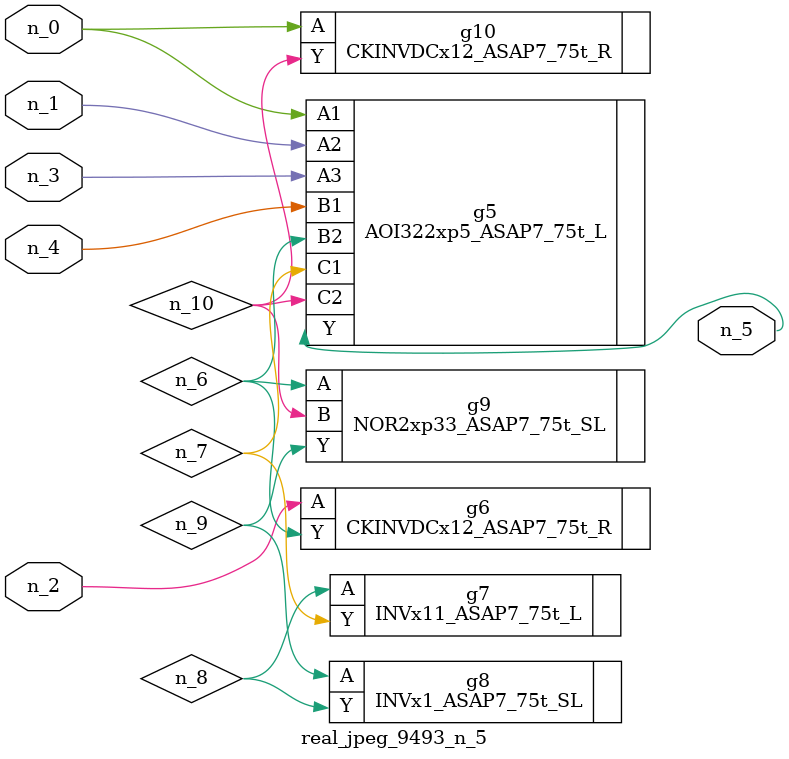
<source format=v>
module real_jpeg_9493_n_5 (n_4, n_0, n_1, n_2, n_3, n_5);

input n_4;
input n_0;
input n_1;
input n_2;
input n_3;

output n_5;

wire n_8;
wire n_6;
wire n_7;
wire n_10;
wire n_9;

AOI322xp5_ASAP7_75t_L g5 ( 
.A1(n_0),
.A2(n_1),
.A3(n_3),
.B1(n_4),
.B2(n_6),
.C1(n_7),
.C2(n_10),
.Y(n_5)
);

CKINVDCx12_ASAP7_75t_R g10 ( 
.A(n_0),
.Y(n_10)
);

CKINVDCx12_ASAP7_75t_R g6 ( 
.A(n_2),
.Y(n_6)
);

NOR2xp33_ASAP7_75t_SL g9 ( 
.A(n_6),
.B(n_10),
.Y(n_9)
);

INVx11_ASAP7_75t_L g7 ( 
.A(n_8),
.Y(n_7)
);

INVx1_ASAP7_75t_SL g8 ( 
.A(n_9),
.Y(n_8)
);


endmodule
</source>
